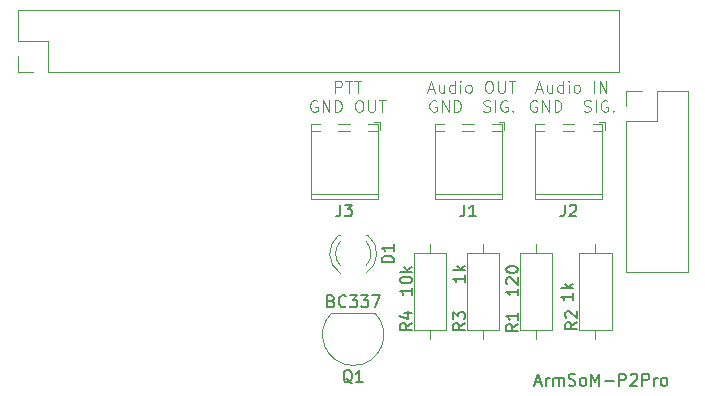
<source format=gbr>
%TF.GenerationSoftware,KiCad,Pcbnew,8.0.3*%
%TF.CreationDate,2024-07-21T00:31:23+02:00*%
%TF.ProjectId,ArmSoM_P2Pro_Interface,41726d53-6f4d-45f5-9032-50726f5f496e,rev?*%
%TF.SameCoordinates,Original*%
%TF.FileFunction,Legend,Top*%
%TF.FilePolarity,Positive*%
%FSLAX46Y46*%
G04 Gerber Fmt 4.6, Leading zero omitted, Abs format (unit mm)*
G04 Created by KiCad (PCBNEW 8.0.3) date 2024-07-21 00:31:23*
%MOMM*%
%LPD*%
G01*
G04 APERTURE LIST*
%ADD10C,0.100000*%
%ADD11C,0.150000*%
%ADD12C,0.120000*%
G04 APERTURE END LIST*
D10*
X110357143Y-82866732D02*
X110833333Y-82866732D01*
X110261905Y-83152447D02*
X110595238Y-82152447D01*
X110595238Y-82152447D02*
X110928571Y-83152447D01*
X111690476Y-82485780D02*
X111690476Y-83152447D01*
X111261905Y-82485780D02*
X111261905Y-83009589D01*
X111261905Y-83009589D02*
X111309524Y-83104828D01*
X111309524Y-83104828D02*
X111404762Y-83152447D01*
X111404762Y-83152447D02*
X111547619Y-83152447D01*
X111547619Y-83152447D02*
X111642857Y-83104828D01*
X111642857Y-83104828D02*
X111690476Y-83057208D01*
X112595238Y-83152447D02*
X112595238Y-82152447D01*
X112595238Y-83104828D02*
X112500000Y-83152447D01*
X112500000Y-83152447D02*
X112309524Y-83152447D01*
X112309524Y-83152447D02*
X112214286Y-83104828D01*
X112214286Y-83104828D02*
X112166667Y-83057208D01*
X112166667Y-83057208D02*
X112119048Y-82961970D01*
X112119048Y-82961970D02*
X112119048Y-82676256D01*
X112119048Y-82676256D02*
X112166667Y-82581018D01*
X112166667Y-82581018D02*
X112214286Y-82533399D01*
X112214286Y-82533399D02*
X112309524Y-82485780D01*
X112309524Y-82485780D02*
X112500000Y-82485780D01*
X112500000Y-82485780D02*
X112595238Y-82533399D01*
X113071429Y-83152447D02*
X113071429Y-82485780D01*
X113071429Y-82152447D02*
X113023810Y-82200066D01*
X113023810Y-82200066D02*
X113071429Y-82247685D01*
X113071429Y-82247685D02*
X113119048Y-82200066D01*
X113119048Y-82200066D02*
X113071429Y-82152447D01*
X113071429Y-82152447D02*
X113071429Y-82247685D01*
X113690476Y-83152447D02*
X113595238Y-83104828D01*
X113595238Y-83104828D02*
X113547619Y-83057208D01*
X113547619Y-83057208D02*
X113500000Y-82961970D01*
X113500000Y-82961970D02*
X113500000Y-82676256D01*
X113500000Y-82676256D02*
X113547619Y-82581018D01*
X113547619Y-82581018D02*
X113595238Y-82533399D01*
X113595238Y-82533399D02*
X113690476Y-82485780D01*
X113690476Y-82485780D02*
X113833333Y-82485780D01*
X113833333Y-82485780D02*
X113928571Y-82533399D01*
X113928571Y-82533399D02*
X113976190Y-82581018D01*
X113976190Y-82581018D02*
X114023809Y-82676256D01*
X114023809Y-82676256D02*
X114023809Y-82961970D01*
X114023809Y-82961970D02*
X113976190Y-83057208D01*
X113976190Y-83057208D02*
X113928571Y-83104828D01*
X113928571Y-83104828D02*
X113833333Y-83152447D01*
X113833333Y-83152447D02*
X113690476Y-83152447D01*
X115404762Y-82152447D02*
X115595238Y-82152447D01*
X115595238Y-82152447D02*
X115690476Y-82200066D01*
X115690476Y-82200066D02*
X115785714Y-82295304D01*
X115785714Y-82295304D02*
X115833333Y-82485780D01*
X115833333Y-82485780D02*
X115833333Y-82819113D01*
X115833333Y-82819113D02*
X115785714Y-83009589D01*
X115785714Y-83009589D02*
X115690476Y-83104828D01*
X115690476Y-83104828D02*
X115595238Y-83152447D01*
X115595238Y-83152447D02*
X115404762Y-83152447D01*
X115404762Y-83152447D02*
X115309524Y-83104828D01*
X115309524Y-83104828D02*
X115214286Y-83009589D01*
X115214286Y-83009589D02*
X115166667Y-82819113D01*
X115166667Y-82819113D02*
X115166667Y-82485780D01*
X115166667Y-82485780D02*
X115214286Y-82295304D01*
X115214286Y-82295304D02*
X115309524Y-82200066D01*
X115309524Y-82200066D02*
X115404762Y-82152447D01*
X116261905Y-82152447D02*
X116261905Y-82961970D01*
X116261905Y-82961970D02*
X116309524Y-83057208D01*
X116309524Y-83057208D02*
X116357143Y-83104828D01*
X116357143Y-83104828D02*
X116452381Y-83152447D01*
X116452381Y-83152447D02*
X116642857Y-83152447D01*
X116642857Y-83152447D02*
X116738095Y-83104828D01*
X116738095Y-83104828D02*
X116785714Y-83057208D01*
X116785714Y-83057208D02*
X116833333Y-82961970D01*
X116833333Y-82961970D02*
X116833333Y-82152447D01*
X117166667Y-82152447D02*
X117738095Y-82152447D01*
X117452381Y-83152447D02*
X117452381Y-82152447D01*
X111023809Y-83810010D02*
X110928571Y-83762391D01*
X110928571Y-83762391D02*
X110785714Y-83762391D01*
X110785714Y-83762391D02*
X110642857Y-83810010D01*
X110642857Y-83810010D02*
X110547619Y-83905248D01*
X110547619Y-83905248D02*
X110500000Y-84000486D01*
X110500000Y-84000486D02*
X110452381Y-84190962D01*
X110452381Y-84190962D02*
X110452381Y-84333819D01*
X110452381Y-84333819D02*
X110500000Y-84524295D01*
X110500000Y-84524295D02*
X110547619Y-84619533D01*
X110547619Y-84619533D02*
X110642857Y-84714772D01*
X110642857Y-84714772D02*
X110785714Y-84762391D01*
X110785714Y-84762391D02*
X110880952Y-84762391D01*
X110880952Y-84762391D02*
X111023809Y-84714772D01*
X111023809Y-84714772D02*
X111071428Y-84667152D01*
X111071428Y-84667152D02*
X111071428Y-84333819D01*
X111071428Y-84333819D02*
X110880952Y-84333819D01*
X111500000Y-84762391D02*
X111500000Y-83762391D01*
X111500000Y-83762391D02*
X112071428Y-84762391D01*
X112071428Y-84762391D02*
X112071428Y-83762391D01*
X112547619Y-84762391D02*
X112547619Y-83762391D01*
X112547619Y-83762391D02*
X112785714Y-83762391D01*
X112785714Y-83762391D02*
X112928571Y-83810010D01*
X112928571Y-83810010D02*
X113023809Y-83905248D01*
X113023809Y-83905248D02*
X113071428Y-84000486D01*
X113071428Y-84000486D02*
X113119047Y-84190962D01*
X113119047Y-84190962D02*
X113119047Y-84333819D01*
X113119047Y-84333819D02*
X113071428Y-84524295D01*
X113071428Y-84524295D02*
X113023809Y-84619533D01*
X113023809Y-84619533D02*
X112928571Y-84714772D01*
X112928571Y-84714772D02*
X112785714Y-84762391D01*
X112785714Y-84762391D02*
X112547619Y-84762391D01*
X115023810Y-84714772D02*
X115166667Y-84762391D01*
X115166667Y-84762391D02*
X115404762Y-84762391D01*
X115404762Y-84762391D02*
X115500000Y-84714772D01*
X115500000Y-84714772D02*
X115547619Y-84667152D01*
X115547619Y-84667152D02*
X115595238Y-84571914D01*
X115595238Y-84571914D02*
X115595238Y-84476676D01*
X115595238Y-84476676D02*
X115547619Y-84381438D01*
X115547619Y-84381438D02*
X115500000Y-84333819D01*
X115500000Y-84333819D02*
X115404762Y-84286200D01*
X115404762Y-84286200D02*
X115214286Y-84238581D01*
X115214286Y-84238581D02*
X115119048Y-84190962D01*
X115119048Y-84190962D02*
X115071429Y-84143343D01*
X115071429Y-84143343D02*
X115023810Y-84048105D01*
X115023810Y-84048105D02*
X115023810Y-83952867D01*
X115023810Y-83952867D02*
X115071429Y-83857629D01*
X115071429Y-83857629D02*
X115119048Y-83810010D01*
X115119048Y-83810010D02*
X115214286Y-83762391D01*
X115214286Y-83762391D02*
X115452381Y-83762391D01*
X115452381Y-83762391D02*
X115595238Y-83810010D01*
X116023810Y-84762391D02*
X116023810Y-83762391D01*
X117023809Y-83810010D02*
X116928571Y-83762391D01*
X116928571Y-83762391D02*
X116785714Y-83762391D01*
X116785714Y-83762391D02*
X116642857Y-83810010D01*
X116642857Y-83810010D02*
X116547619Y-83905248D01*
X116547619Y-83905248D02*
X116500000Y-84000486D01*
X116500000Y-84000486D02*
X116452381Y-84190962D01*
X116452381Y-84190962D02*
X116452381Y-84333819D01*
X116452381Y-84333819D02*
X116500000Y-84524295D01*
X116500000Y-84524295D02*
X116547619Y-84619533D01*
X116547619Y-84619533D02*
X116642857Y-84714772D01*
X116642857Y-84714772D02*
X116785714Y-84762391D01*
X116785714Y-84762391D02*
X116880952Y-84762391D01*
X116880952Y-84762391D02*
X117023809Y-84714772D01*
X117023809Y-84714772D02*
X117071428Y-84667152D01*
X117071428Y-84667152D02*
X117071428Y-84333819D01*
X117071428Y-84333819D02*
X116880952Y-84333819D01*
X117500000Y-84667152D02*
X117547619Y-84714772D01*
X117547619Y-84714772D02*
X117500000Y-84762391D01*
X117500000Y-84762391D02*
X117452381Y-84714772D01*
X117452381Y-84714772D02*
X117500000Y-84667152D01*
X117500000Y-84667152D02*
X117500000Y-84762391D01*
X102476190Y-83152447D02*
X102476190Y-82152447D01*
X102476190Y-82152447D02*
X102857142Y-82152447D01*
X102857142Y-82152447D02*
X102952380Y-82200066D01*
X102952380Y-82200066D02*
X102999999Y-82247685D01*
X102999999Y-82247685D02*
X103047618Y-82342923D01*
X103047618Y-82342923D02*
X103047618Y-82485780D01*
X103047618Y-82485780D02*
X102999999Y-82581018D01*
X102999999Y-82581018D02*
X102952380Y-82628637D01*
X102952380Y-82628637D02*
X102857142Y-82676256D01*
X102857142Y-82676256D02*
X102476190Y-82676256D01*
X103333333Y-82152447D02*
X103904761Y-82152447D01*
X103619047Y-83152447D02*
X103619047Y-82152447D01*
X104095238Y-82152447D02*
X104666666Y-82152447D01*
X104380952Y-83152447D02*
X104380952Y-82152447D01*
X100928571Y-83810010D02*
X100833333Y-83762391D01*
X100833333Y-83762391D02*
X100690476Y-83762391D01*
X100690476Y-83762391D02*
X100547619Y-83810010D01*
X100547619Y-83810010D02*
X100452381Y-83905248D01*
X100452381Y-83905248D02*
X100404762Y-84000486D01*
X100404762Y-84000486D02*
X100357143Y-84190962D01*
X100357143Y-84190962D02*
X100357143Y-84333819D01*
X100357143Y-84333819D02*
X100404762Y-84524295D01*
X100404762Y-84524295D02*
X100452381Y-84619533D01*
X100452381Y-84619533D02*
X100547619Y-84714772D01*
X100547619Y-84714772D02*
X100690476Y-84762391D01*
X100690476Y-84762391D02*
X100785714Y-84762391D01*
X100785714Y-84762391D02*
X100928571Y-84714772D01*
X100928571Y-84714772D02*
X100976190Y-84667152D01*
X100976190Y-84667152D02*
X100976190Y-84333819D01*
X100976190Y-84333819D02*
X100785714Y-84333819D01*
X101404762Y-84762391D02*
X101404762Y-83762391D01*
X101404762Y-83762391D02*
X101976190Y-84762391D01*
X101976190Y-84762391D02*
X101976190Y-83762391D01*
X102452381Y-84762391D02*
X102452381Y-83762391D01*
X102452381Y-83762391D02*
X102690476Y-83762391D01*
X102690476Y-83762391D02*
X102833333Y-83810010D01*
X102833333Y-83810010D02*
X102928571Y-83905248D01*
X102928571Y-83905248D02*
X102976190Y-84000486D01*
X102976190Y-84000486D02*
X103023809Y-84190962D01*
X103023809Y-84190962D02*
X103023809Y-84333819D01*
X103023809Y-84333819D02*
X102976190Y-84524295D01*
X102976190Y-84524295D02*
X102928571Y-84619533D01*
X102928571Y-84619533D02*
X102833333Y-84714772D01*
X102833333Y-84714772D02*
X102690476Y-84762391D01*
X102690476Y-84762391D02*
X102452381Y-84762391D01*
X104404762Y-83762391D02*
X104595238Y-83762391D01*
X104595238Y-83762391D02*
X104690476Y-83810010D01*
X104690476Y-83810010D02*
X104785714Y-83905248D01*
X104785714Y-83905248D02*
X104833333Y-84095724D01*
X104833333Y-84095724D02*
X104833333Y-84429057D01*
X104833333Y-84429057D02*
X104785714Y-84619533D01*
X104785714Y-84619533D02*
X104690476Y-84714772D01*
X104690476Y-84714772D02*
X104595238Y-84762391D01*
X104595238Y-84762391D02*
X104404762Y-84762391D01*
X104404762Y-84762391D02*
X104309524Y-84714772D01*
X104309524Y-84714772D02*
X104214286Y-84619533D01*
X104214286Y-84619533D02*
X104166667Y-84429057D01*
X104166667Y-84429057D02*
X104166667Y-84095724D01*
X104166667Y-84095724D02*
X104214286Y-83905248D01*
X104214286Y-83905248D02*
X104309524Y-83810010D01*
X104309524Y-83810010D02*
X104404762Y-83762391D01*
X105261905Y-83762391D02*
X105261905Y-84571914D01*
X105261905Y-84571914D02*
X105309524Y-84667152D01*
X105309524Y-84667152D02*
X105357143Y-84714772D01*
X105357143Y-84714772D02*
X105452381Y-84762391D01*
X105452381Y-84762391D02*
X105642857Y-84762391D01*
X105642857Y-84762391D02*
X105738095Y-84714772D01*
X105738095Y-84714772D02*
X105785714Y-84667152D01*
X105785714Y-84667152D02*
X105833333Y-84571914D01*
X105833333Y-84571914D02*
X105833333Y-83762391D01*
X106166667Y-83762391D02*
X106738095Y-83762391D01*
X106452381Y-84762391D02*
X106452381Y-83762391D01*
X119523810Y-82866732D02*
X120000000Y-82866732D01*
X119428572Y-83152447D02*
X119761905Y-82152447D01*
X119761905Y-82152447D02*
X120095238Y-83152447D01*
X120857143Y-82485780D02*
X120857143Y-83152447D01*
X120428572Y-82485780D02*
X120428572Y-83009589D01*
X120428572Y-83009589D02*
X120476191Y-83104828D01*
X120476191Y-83104828D02*
X120571429Y-83152447D01*
X120571429Y-83152447D02*
X120714286Y-83152447D01*
X120714286Y-83152447D02*
X120809524Y-83104828D01*
X120809524Y-83104828D02*
X120857143Y-83057208D01*
X121761905Y-83152447D02*
X121761905Y-82152447D01*
X121761905Y-83104828D02*
X121666667Y-83152447D01*
X121666667Y-83152447D02*
X121476191Y-83152447D01*
X121476191Y-83152447D02*
X121380953Y-83104828D01*
X121380953Y-83104828D02*
X121333334Y-83057208D01*
X121333334Y-83057208D02*
X121285715Y-82961970D01*
X121285715Y-82961970D02*
X121285715Y-82676256D01*
X121285715Y-82676256D02*
X121333334Y-82581018D01*
X121333334Y-82581018D02*
X121380953Y-82533399D01*
X121380953Y-82533399D02*
X121476191Y-82485780D01*
X121476191Y-82485780D02*
X121666667Y-82485780D01*
X121666667Y-82485780D02*
X121761905Y-82533399D01*
X122238096Y-83152447D02*
X122238096Y-82485780D01*
X122238096Y-82152447D02*
X122190477Y-82200066D01*
X122190477Y-82200066D02*
X122238096Y-82247685D01*
X122238096Y-82247685D02*
X122285715Y-82200066D01*
X122285715Y-82200066D02*
X122238096Y-82152447D01*
X122238096Y-82152447D02*
X122238096Y-82247685D01*
X122857143Y-83152447D02*
X122761905Y-83104828D01*
X122761905Y-83104828D02*
X122714286Y-83057208D01*
X122714286Y-83057208D02*
X122666667Y-82961970D01*
X122666667Y-82961970D02*
X122666667Y-82676256D01*
X122666667Y-82676256D02*
X122714286Y-82581018D01*
X122714286Y-82581018D02*
X122761905Y-82533399D01*
X122761905Y-82533399D02*
X122857143Y-82485780D01*
X122857143Y-82485780D02*
X123000000Y-82485780D01*
X123000000Y-82485780D02*
X123095238Y-82533399D01*
X123095238Y-82533399D02*
X123142857Y-82581018D01*
X123142857Y-82581018D02*
X123190476Y-82676256D01*
X123190476Y-82676256D02*
X123190476Y-82961970D01*
X123190476Y-82961970D02*
X123142857Y-83057208D01*
X123142857Y-83057208D02*
X123095238Y-83104828D01*
X123095238Y-83104828D02*
X123000000Y-83152447D01*
X123000000Y-83152447D02*
X122857143Y-83152447D01*
X124380953Y-83152447D02*
X124380953Y-82152447D01*
X124857143Y-83152447D02*
X124857143Y-82152447D01*
X124857143Y-82152447D02*
X125428571Y-83152447D01*
X125428571Y-83152447D02*
X125428571Y-82152447D01*
X119523809Y-83810010D02*
X119428571Y-83762391D01*
X119428571Y-83762391D02*
X119285714Y-83762391D01*
X119285714Y-83762391D02*
X119142857Y-83810010D01*
X119142857Y-83810010D02*
X119047619Y-83905248D01*
X119047619Y-83905248D02*
X119000000Y-84000486D01*
X119000000Y-84000486D02*
X118952381Y-84190962D01*
X118952381Y-84190962D02*
X118952381Y-84333819D01*
X118952381Y-84333819D02*
X119000000Y-84524295D01*
X119000000Y-84524295D02*
X119047619Y-84619533D01*
X119047619Y-84619533D02*
X119142857Y-84714772D01*
X119142857Y-84714772D02*
X119285714Y-84762391D01*
X119285714Y-84762391D02*
X119380952Y-84762391D01*
X119380952Y-84762391D02*
X119523809Y-84714772D01*
X119523809Y-84714772D02*
X119571428Y-84667152D01*
X119571428Y-84667152D02*
X119571428Y-84333819D01*
X119571428Y-84333819D02*
X119380952Y-84333819D01*
X120000000Y-84762391D02*
X120000000Y-83762391D01*
X120000000Y-83762391D02*
X120571428Y-84762391D01*
X120571428Y-84762391D02*
X120571428Y-83762391D01*
X121047619Y-84762391D02*
X121047619Y-83762391D01*
X121047619Y-83762391D02*
X121285714Y-83762391D01*
X121285714Y-83762391D02*
X121428571Y-83810010D01*
X121428571Y-83810010D02*
X121523809Y-83905248D01*
X121523809Y-83905248D02*
X121571428Y-84000486D01*
X121571428Y-84000486D02*
X121619047Y-84190962D01*
X121619047Y-84190962D02*
X121619047Y-84333819D01*
X121619047Y-84333819D02*
X121571428Y-84524295D01*
X121571428Y-84524295D02*
X121523809Y-84619533D01*
X121523809Y-84619533D02*
X121428571Y-84714772D01*
X121428571Y-84714772D02*
X121285714Y-84762391D01*
X121285714Y-84762391D02*
X121047619Y-84762391D01*
X123523810Y-84714772D02*
X123666667Y-84762391D01*
X123666667Y-84762391D02*
X123904762Y-84762391D01*
X123904762Y-84762391D02*
X124000000Y-84714772D01*
X124000000Y-84714772D02*
X124047619Y-84667152D01*
X124047619Y-84667152D02*
X124095238Y-84571914D01*
X124095238Y-84571914D02*
X124095238Y-84476676D01*
X124095238Y-84476676D02*
X124047619Y-84381438D01*
X124047619Y-84381438D02*
X124000000Y-84333819D01*
X124000000Y-84333819D02*
X123904762Y-84286200D01*
X123904762Y-84286200D02*
X123714286Y-84238581D01*
X123714286Y-84238581D02*
X123619048Y-84190962D01*
X123619048Y-84190962D02*
X123571429Y-84143343D01*
X123571429Y-84143343D02*
X123523810Y-84048105D01*
X123523810Y-84048105D02*
X123523810Y-83952867D01*
X123523810Y-83952867D02*
X123571429Y-83857629D01*
X123571429Y-83857629D02*
X123619048Y-83810010D01*
X123619048Y-83810010D02*
X123714286Y-83762391D01*
X123714286Y-83762391D02*
X123952381Y-83762391D01*
X123952381Y-83762391D02*
X124095238Y-83810010D01*
X124523810Y-84762391D02*
X124523810Y-83762391D01*
X125523809Y-83810010D02*
X125428571Y-83762391D01*
X125428571Y-83762391D02*
X125285714Y-83762391D01*
X125285714Y-83762391D02*
X125142857Y-83810010D01*
X125142857Y-83810010D02*
X125047619Y-83905248D01*
X125047619Y-83905248D02*
X125000000Y-84000486D01*
X125000000Y-84000486D02*
X124952381Y-84190962D01*
X124952381Y-84190962D02*
X124952381Y-84333819D01*
X124952381Y-84333819D02*
X125000000Y-84524295D01*
X125000000Y-84524295D02*
X125047619Y-84619533D01*
X125047619Y-84619533D02*
X125142857Y-84714772D01*
X125142857Y-84714772D02*
X125285714Y-84762391D01*
X125285714Y-84762391D02*
X125380952Y-84762391D01*
X125380952Y-84762391D02*
X125523809Y-84714772D01*
X125523809Y-84714772D02*
X125571428Y-84667152D01*
X125571428Y-84667152D02*
X125571428Y-84333819D01*
X125571428Y-84333819D02*
X125380952Y-84333819D01*
X126000000Y-84667152D02*
X126047619Y-84714772D01*
X126047619Y-84714772D02*
X126000000Y-84762391D01*
X126000000Y-84762391D02*
X125952381Y-84714772D01*
X125952381Y-84714772D02*
X126000000Y-84667152D01*
X126000000Y-84667152D02*
X126000000Y-84762391D01*
D11*
X122954819Y-102586666D02*
X122478628Y-102919999D01*
X122954819Y-103158094D02*
X121954819Y-103158094D01*
X121954819Y-103158094D02*
X121954819Y-102777142D01*
X121954819Y-102777142D02*
X122002438Y-102681904D01*
X122002438Y-102681904D02*
X122050057Y-102634285D01*
X122050057Y-102634285D02*
X122145295Y-102586666D01*
X122145295Y-102586666D02*
X122288152Y-102586666D01*
X122288152Y-102586666D02*
X122383390Y-102634285D01*
X122383390Y-102634285D02*
X122431009Y-102681904D01*
X122431009Y-102681904D02*
X122478628Y-102777142D01*
X122478628Y-102777142D02*
X122478628Y-103158094D01*
X122050057Y-102205713D02*
X122002438Y-102158094D01*
X122002438Y-102158094D02*
X121954819Y-102062856D01*
X121954819Y-102062856D02*
X121954819Y-101824761D01*
X121954819Y-101824761D02*
X122002438Y-101729523D01*
X122002438Y-101729523D02*
X122050057Y-101681904D01*
X122050057Y-101681904D02*
X122145295Y-101634285D01*
X122145295Y-101634285D02*
X122240533Y-101634285D01*
X122240533Y-101634285D02*
X122383390Y-101681904D01*
X122383390Y-101681904D02*
X122954819Y-102253332D01*
X122954819Y-102253332D02*
X122954819Y-101634285D01*
X122584819Y-100119047D02*
X122584819Y-100690475D01*
X122584819Y-100404761D02*
X121584819Y-100404761D01*
X121584819Y-100404761D02*
X121727676Y-100499999D01*
X121727676Y-100499999D02*
X121822914Y-100595237D01*
X121822914Y-100595237D02*
X121870533Y-100690475D01*
X122584819Y-99690475D02*
X121584819Y-99690475D01*
X122203866Y-99595237D02*
X122584819Y-99309523D01*
X121918152Y-99309523D02*
X122299104Y-99690475D01*
X102896666Y-92614819D02*
X102896666Y-93329104D01*
X102896666Y-93329104D02*
X102849047Y-93471961D01*
X102849047Y-93471961D02*
X102753809Y-93567200D01*
X102753809Y-93567200D02*
X102610952Y-93614819D01*
X102610952Y-93614819D02*
X102515714Y-93614819D01*
X103277619Y-92614819D02*
X103896666Y-92614819D01*
X103896666Y-92614819D02*
X103563333Y-92995771D01*
X103563333Y-92995771D02*
X103706190Y-92995771D01*
X103706190Y-92995771D02*
X103801428Y-93043390D01*
X103801428Y-93043390D02*
X103849047Y-93091009D01*
X103849047Y-93091009D02*
X103896666Y-93186247D01*
X103896666Y-93186247D02*
X103896666Y-93424342D01*
X103896666Y-93424342D02*
X103849047Y-93519580D01*
X103849047Y-93519580D02*
X103801428Y-93567200D01*
X103801428Y-93567200D02*
X103706190Y-93614819D01*
X103706190Y-93614819D02*
X103420476Y-93614819D01*
X103420476Y-93614819D02*
X103325238Y-93567200D01*
X103325238Y-93567200D02*
X103277619Y-93519580D01*
X107414819Y-97508094D02*
X106414819Y-97508094D01*
X106414819Y-97508094D02*
X106414819Y-97269999D01*
X106414819Y-97269999D02*
X106462438Y-97127142D01*
X106462438Y-97127142D02*
X106557676Y-97031904D01*
X106557676Y-97031904D02*
X106652914Y-96984285D01*
X106652914Y-96984285D02*
X106843390Y-96936666D01*
X106843390Y-96936666D02*
X106986247Y-96936666D01*
X106986247Y-96936666D02*
X107176723Y-96984285D01*
X107176723Y-96984285D02*
X107271961Y-97031904D01*
X107271961Y-97031904D02*
X107367200Y-97127142D01*
X107367200Y-97127142D02*
X107414819Y-97269999D01*
X107414819Y-97269999D02*
X107414819Y-97508094D01*
X107414819Y-95984285D02*
X107414819Y-96555713D01*
X107414819Y-96269999D02*
X106414819Y-96269999D01*
X106414819Y-96269999D02*
X106557676Y-96365237D01*
X106557676Y-96365237D02*
X106652914Y-96460475D01*
X106652914Y-96460475D02*
X106700533Y-96555713D01*
X108954819Y-102666666D02*
X108478628Y-102999999D01*
X108954819Y-103238094D02*
X107954819Y-103238094D01*
X107954819Y-103238094D02*
X107954819Y-102857142D01*
X107954819Y-102857142D02*
X108002438Y-102761904D01*
X108002438Y-102761904D02*
X108050057Y-102714285D01*
X108050057Y-102714285D02*
X108145295Y-102666666D01*
X108145295Y-102666666D02*
X108288152Y-102666666D01*
X108288152Y-102666666D02*
X108383390Y-102714285D01*
X108383390Y-102714285D02*
X108431009Y-102761904D01*
X108431009Y-102761904D02*
X108478628Y-102857142D01*
X108478628Y-102857142D02*
X108478628Y-103238094D01*
X108288152Y-101809523D02*
X108954819Y-101809523D01*
X107907200Y-102047618D02*
X108621485Y-102285713D01*
X108621485Y-102285713D02*
X108621485Y-101666666D01*
X108954819Y-99675238D02*
X108954819Y-100246666D01*
X108954819Y-99960952D02*
X107954819Y-99960952D01*
X107954819Y-99960952D02*
X108097676Y-100056190D01*
X108097676Y-100056190D02*
X108192914Y-100151428D01*
X108192914Y-100151428D02*
X108240533Y-100246666D01*
X107954819Y-99056190D02*
X107954819Y-98960952D01*
X107954819Y-98960952D02*
X108002438Y-98865714D01*
X108002438Y-98865714D02*
X108050057Y-98818095D01*
X108050057Y-98818095D02*
X108145295Y-98770476D01*
X108145295Y-98770476D02*
X108335771Y-98722857D01*
X108335771Y-98722857D02*
X108573866Y-98722857D01*
X108573866Y-98722857D02*
X108764342Y-98770476D01*
X108764342Y-98770476D02*
X108859580Y-98818095D01*
X108859580Y-98818095D02*
X108907200Y-98865714D01*
X108907200Y-98865714D02*
X108954819Y-98960952D01*
X108954819Y-98960952D02*
X108954819Y-99056190D01*
X108954819Y-99056190D02*
X108907200Y-99151428D01*
X108907200Y-99151428D02*
X108859580Y-99199047D01*
X108859580Y-99199047D02*
X108764342Y-99246666D01*
X108764342Y-99246666D02*
X108573866Y-99294285D01*
X108573866Y-99294285D02*
X108335771Y-99294285D01*
X108335771Y-99294285D02*
X108145295Y-99246666D01*
X108145295Y-99246666D02*
X108050057Y-99199047D01*
X108050057Y-99199047D02*
X108002438Y-99151428D01*
X108002438Y-99151428D02*
X107954819Y-99056190D01*
X108954819Y-98294285D02*
X107954819Y-98294285D01*
X108573866Y-98199047D02*
X108954819Y-97913333D01*
X108288152Y-97913333D02*
X108669104Y-98294285D01*
X113454819Y-102666666D02*
X112978628Y-102999999D01*
X113454819Y-103238094D02*
X112454819Y-103238094D01*
X112454819Y-103238094D02*
X112454819Y-102857142D01*
X112454819Y-102857142D02*
X112502438Y-102761904D01*
X112502438Y-102761904D02*
X112550057Y-102714285D01*
X112550057Y-102714285D02*
X112645295Y-102666666D01*
X112645295Y-102666666D02*
X112788152Y-102666666D01*
X112788152Y-102666666D02*
X112883390Y-102714285D01*
X112883390Y-102714285D02*
X112931009Y-102761904D01*
X112931009Y-102761904D02*
X112978628Y-102857142D01*
X112978628Y-102857142D02*
X112978628Y-103238094D01*
X112454819Y-102333332D02*
X112454819Y-101714285D01*
X112454819Y-101714285D02*
X112835771Y-102047618D01*
X112835771Y-102047618D02*
X112835771Y-101904761D01*
X112835771Y-101904761D02*
X112883390Y-101809523D01*
X112883390Y-101809523D02*
X112931009Y-101761904D01*
X112931009Y-101761904D02*
X113026247Y-101714285D01*
X113026247Y-101714285D02*
X113264342Y-101714285D01*
X113264342Y-101714285D02*
X113359580Y-101761904D01*
X113359580Y-101761904D02*
X113407200Y-101809523D01*
X113407200Y-101809523D02*
X113454819Y-101904761D01*
X113454819Y-101904761D02*
X113454819Y-102190475D01*
X113454819Y-102190475D02*
X113407200Y-102285713D01*
X113407200Y-102285713D02*
X113359580Y-102333332D01*
X113454819Y-98619047D02*
X113454819Y-99190475D01*
X113454819Y-98904761D02*
X112454819Y-98904761D01*
X112454819Y-98904761D02*
X112597676Y-98999999D01*
X112597676Y-98999999D02*
X112692914Y-99095237D01*
X112692914Y-99095237D02*
X112740533Y-99190475D01*
X113454819Y-98190475D02*
X112454819Y-98190475D01*
X113073866Y-98095237D02*
X113454819Y-97809523D01*
X112788152Y-97809523D02*
X113169104Y-98190475D01*
X117954819Y-102746666D02*
X117478628Y-103079999D01*
X117954819Y-103318094D02*
X116954819Y-103318094D01*
X116954819Y-103318094D02*
X116954819Y-102937142D01*
X116954819Y-102937142D02*
X117002438Y-102841904D01*
X117002438Y-102841904D02*
X117050057Y-102794285D01*
X117050057Y-102794285D02*
X117145295Y-102746666D01*
X117145295Y-102746666D02*
X117288152Y-102746666D01*
X117288152Y-102746666D02*
X117383390Y-102794285D01*
X117383390Y-102794285D02*
X117431009Y-102841904D01*
X117431009Y-102841904D02*
X117478628Y-102937142D01*
X117478628Y-102937142D02*
X117478628Y-103318094D01*
X117954819Y-101794285D02*
X117954819Y-102365713D01*
X117954819Y-102079999D02*
X116954819Y-102079999D01*
X116954819Y-102079999D02*
X117097676Y-102175237D01*
X117097676Y-102175237D02*
X117192914Y-102270475D01*
X117192914Y-102270475D02*
X117240533Y-102365713D01*
X117954819Y-99746666D02*
X117954819Y-100318094D01*
X117954819Y-100032380D02*
X116954819Y-100032380D01*
X116954819Y-100032380D02*
X117097676Y-100127618D01*
X117097676Y-100127618D02*
X117192914Y-100222856D01*
X117192914Y-100222856D02*
X117240533Y-100318094D01*
X117050057Y-99365713D02*
X117002438Y-99318094D01*
X117002438Y-99318094D02*
X116954819Y-99222856D01*
X116954819Y-99222856D02*
X116954819Y-98984761D01*
X116954819Y-98984761D02*
X117002438Y-98889523D01*
X117002438Y-98889523D02*
X117050057Y-98841904D01*
X117050057Y-98841904D02*
X117145295Y-98794285D01*
X117145295Y-98794285D02*
X117240533Y-98794285D01*
X117240533Y-98794285D02*
X117383390Y-98841904D01*
X117383390Y-98841904D02*
X117954819Y-99413332D01*
X117954819Y-99413332D02*
X117954819Y-98794285D01*
X116954819Y-98175237D02*
X116954819Y-98079999D01*
X116954819Y-98079999D02*
X117002438Y-97984761D01*
X117002438Y-97984761D02*
X117050057Y-97937142D01*
X117050057Y-97937142D02*
X117145295Y-97889523D01*
X117145295Y-97889523D02*
X117335771Y-97841904D01*
X117335771Y-97841904D02*
X117573866Y-97841904D01*
X117573866Y-97841904D02*
X117764342Y-97889523D01*
X117764342Y-97889523D02*
X117859580Y-97937142D01*
X117859580Y-97937142D02*
X117907200Y-97984761D01*
X117907200Y-97984761D02*
X117954819Y-98079999D01*
X117954819Y-98079999D02*
X117954819Y-98175237D01*
X117954819Y-98175237D02*
X117907200Y-98270475D01*
X117907200Y-98270475D02*
X117859580Y-98318094D01*
X117859580Y-98318094D02*
X117764342Y-98365713D01*
X117764342Y-98365713D02*
X117573866Y-98413332D01*
X117573866Y-98413332D02*
X117335771Y-98413332D01*
X117335771Y-98413332D02*
X117145295Y-98365713D01*
X117145295Y-98365713D02*
X117050057Y-98318094D01*
X117050057Y-98318094D02*
X117002438Y-98270475D01*
X117002438Y-98270475D02*
X116954819Y-98175237D01*
X103904761Y-107750057D02*
X103809523Y-107702438D01*
X103809523Y-107702438D02*
X103714285Y-107607200D01*
X103714285Y-107607200D02*
X103571428Y-107464342D01*
X103571428Y-107464342D02*
X103476190Y-107416723D01*
X103476190Y-107416723D02*
X103380952Y-107416723D01*
X103428571Y-107654819D02*
X103333333Y-107607200D01*
X103333333Y-107607200D02*
X103238095Y-107511961D01*
X103238095Y-107511961D02*
X103190476Y-107321485D01*
X103190476Y-107321485D02*
X103190476Y-106988152D01*
X103190476Y-106988152D02*
X103238095Y-106797676D01*
X103238095Y-106797676D02*
X103333333Y-106702438D01*
X103333333Y-106702438D02*
X103428571Y-106654819D01*
X103428571Y-106654819D02*
X103619047Y-106654819D01*
X103619047Y-106654819D02*
X103714285Y-106702438D01*
X103714285Y-106702438D02*
X103809523Y-106797676D01*
X103809523Y-106797676D02*
X103857142Y-106988152D01*
X103857142Y-106988152D02*
X103857142Y-107321485D01*
X103857142Y-107321485D02*
X103809523Y-107511961D01*
X103809523Y-107511961D02*
X103714285Y-107607200D01*
X103714285Y-107607200D02*
X103619047Y-107654819D01*
X103619047Y-107654819D02*
X103428571Y-107654819D01*
X104809523Y-107654819D02*
X104238095Y-107654819D01*
X104523809Y-107654819D02*
X104523809Y-106654819D01*
X104523809Y-106654819D02*
X104428571Y-106797676D01*
X104428571Y-106797676D02*
X104333333Y-106892914D01*
X104333333Y-106892914D02*
X104238095Y-106940533D01*
X102142857Y-100781009D02*
X102285714Y-100828628D01*
X102285714Y-100828628D02*
X102333333Y-100876247D01*
X102333333Y-100876247D02*
X102380952Y-100971485D01*
X102380952Y-100971485D02*
X102380952Y-101114342D01*
X102380952Y-101114342D02*
X102333333Y-101209580D01*
X102333333Y-101209580D02*
X102285714Y-101257200D01*
X102285714Y-101257200D02*
X102190476Y-101304819D01*
X102190476Y-101304819D02*
X101809524Y-101304819D01*
X101809524Y-101304819D02*
X101809524Y-100304819D01*
X101809524Y-100304819D02*
X102142857Y-100304819D01*
X102142857Y-100304819D02*
X102238095Y-100352438D01*
X102238095Y-100352438D02*
X102285714Y-100400057D01*
X102285714Y-100400057D02*
X102333333Y-100495295D01*
X102333333Y-100495295D02*
X102333333Y-100590533D01*
X102333333Y-100590533D02*
X102285714Y-100685771D01*
X102285714Y-100685771D02*
X102238095Y-100733390D01*
X102238095Y-100733390D02*
X102142857Y-100781009D01*
X102142857Y-100781009D02*
X101809524Y-100781009D01*
X103380952Y-101209580D02*
X103333333Y-101257200D01*
X103333333Y-101257200D02*
X103190476Y-101304819D01*
X103190476Y-101304819D02*
X103095238Y-101304819D01*
X103095238Y-101304819D02*
X102952381Y-101257200D01*
X102952381Y-101257200D02*
X102857143Y-101161961D01*
X102857143Y-101161961D02*
X102809524Y-101066723D01*
X102809524Y-101066723D02*
X102761905Y-100876247D01*
X102761905Y-100876247D02*
X102761905Y-100733390D01*
X102761905Y-100733390D02*
X102809524Y-100542914D01*
X102809524Y-100542914D02*
X102857143Y-100447676D01*
X102857143Y-100447676D02*
X102952381Y-100352438D01*
X102952381Y-100352438D02*
X103095238Y-100304819D01*
X103095238Y-100304819D02*
X103190476Y-100304819D01*
X103190476Y-100304819D02*
X103333333Y-100352438D01*
X103333333Y-100352438D02*
X103380952Y-100400057D01*
X103714286Y-100304819D02*
X104333333Y-100304819D01*
X104333333Y-100304819D02*
X104000000Y-100685771D01*
X104000000Y-100685771D02*
X104142857Y-100685771D01*
X104142857Y-100685771D02*
X104238095Y-100733390D01*
X104238095Y-100733390D02*
X104285714Y-100781009D01*
X104285714Y-100781009D02*
X104333333Y-100876247D01*
X104333333Y-100876247D02*
X104333333Y-101114342D01*
X104333333Y-101114342D02*
X104285714Y-101209580D01*
X104285714Y-101209580D02*
X104238095Y-101257200D01*
X104238095Y-101257200D02*
X104142857Y-101304819D01*
X104142857Y-101304819D02*
X103857143Y-101304819D01*
X103857143Y-101304819D02*
X103761905Y-101257200D01*
X103761905Y-101257200D02*
X103714286Y-101209580D01*
X104666667Y-100304819D02*
X105285714Y-100304819D01*
X105285714Y-100304819D02*
X104952381Y-100685771D01*
X104952381Y-100685771D02*
X105095238Y-100685771D01*
X105095238Y-100685771D02*
X105190476Y-100733390D01*
X105190476Y-100733390D02*
X105238095Y-100781009D01*
X105238095Y-100781009D02*
X105285714Y-100876247D01*
X105285714Y-100876247D02*
X105285714Y-101114342D01*
X105285714Y-101114342D02*
X105238095Y-101209580D01*
X105238095Y-101209580D02*
X105190476Y-101257200D01*
X105190476Y-101257200D02*
X105095238Y-101304819D01*
X105095238Y-101304819D02*
X104809524Y-101304819D01*
X104809524Y-101304819D02*
X104714286Y-101257200D01*
X104714286Y-101257200D02*
X104666667Y-101209580D01*
X105619048Y-100304819D02*
X106285714Y-100304819D01*
X106285714Y-100304819D02*
X105857143Y-101304819D01*
X113396666Y-92614819D02*
X113396666Y-93329104D01*
X113396666Y-93329104D02*
X113349047Y-93471961D01*
X113349047Y-93471961D02*
X113253809Y-93567200D01*
X113253809Y-93567200D02*
X113110952Y-93614819D01*
X113110952Y-93614819D02*
X113015714Y-93614819D01*
X114396666Y-93614819D02*
X113825238Y-93614819D01*
X114110952Y-93614819D02*
X114110952Y-92614819D01*
X114110952Y-92614819D02*
X114015714Y-92757676D01*
X114015714Y-92757676D02*
X113920476Y-92852914D01*
X113920476Y-92852914D02*
X113825238Y-92900533D01*
X121896666Y-92614819D02*
X121896666Y-93329104D01*
X121896666Y-93329104D02*
X121849047Y-93471961D01*
X121849047Y-93471961D02*
X121753809Y-93567200D01*
X121753809Y-93567200D02*
X121610952Y-93614819D01*
X121610952Y-93614819D02*
X121515714Y-93614819D01*
X122325238Y-92710057D02*
X122372857Y-92662438D01*
X122372857Y-92662438D02*
X122468095Y-92614819D01*
X122468095Y-92614819D02*
X122706190Y-92614819D01*
X122706190Y-92614819D02*
X122801428Y-92662438D01*
X122801428Y-92662438D02*
X122849047Y-92710057D01*
X122849047Y-92710057D02*
X122896666Y-92805295D01*
X122896666Y-92805295D02*
X122896666Y-92900533D01*
X122896666Y-92900533D02*
X122849047Y-93043390D01*
X122849047Y-93043390D02*
X122277619Y-93614819D01*
X122277619Y-93614819D02*
X122896666Y-93614819D01*
X119428571Y-107669104D02*
X119904761Y-107669104D01*
X119333333Y-107954819D02*
X119666666Y-106954819D01*
X119666666Y-106954819D02*
X119999999Y-107954819D01*
X120333333Y-107954819D02*
X120333333Y-107288152D01*
X120333333Y-107478628D02*
X120380952Y-107383390D01*
X120380952Y-107383390D02*
X120428571Y-107335771D01*
X120428571Y-107335771D02*
X120523809Y-107288152D01*
X120523809Y-107288152D02*
X120619047Y-107288152D01*
X120952381Y-107954819D02*
X120952381Y-107288152D01*
X120952381Y-107383390D02*
X121000000Y-107335771D01*
X121000000Y-107335771D02*
X121095238Y-107288152D01*
X121095238Y-107288152D02*
X121238095Y-107288152D01*
X121238095Y-107288152D02*
X121333333Y-107335771D01*
X121333333Y-107335771D02*
X121380952Y-107431009D01*
X121380952Y-107431009D02*
X121380952Y-107954819D01*
X121380952Y-107431009D02*
X121428571Y-107335771D01*
X121428571Y-107335771D02*
X121523809Y-107288152D01*
X121523809Y-107288152D02*
X121666666Y-107288152D01*
X121666666Y-107288152D02*
X121761905Y-107335771D01*
X121761905Y-107335771D02*
X121809524Y-107431009D01*
X121809524Y-107431009D02*
X121809524Y-107954819D01*
X122238095Y-107907200D02*
X122380952Y-107954819D01*
X122380952Y-107954819D02*
X122619047Y-107954819D01*
X122619047Y-107954819D02*
X122714285Y-107907200D01*
X122714285Y-107907200D02*
X122761904Y-107859580D01*
X122761904Y-107859580D02*
X122809523Y-107764342D01*
X122809523Y-107764342D02*
X122809523Y-107669104D01*
X122809523Y-107669104D02*
X122761904Y-107573866D01*
X122761904Y-107573866D02*
X122714285Y-107526247D01*
X122714285Y-107526247D02*
X122619047Y-107478628D01*
X122619047Y-107478628D02*
X122428571Y-107431009D01*
X122428571Y-107431009D02*
X122333333Y-107383390D01*
X122333333Y-107383390D02*
X122285714Y-107335771D01*
X122285714Y-107335771D02*
X122238095Y-107240533D01*
X122238095Y-107240533D02*
X122238095Y-107145295D01*
X122238095Y-107145295D02*
X122285714Y-107050057D01*
X122285714Y-107050057D02*
X122333333Y-107002438D01*
X122333333Y-107002438D02*
X122428571Y-106954819D01*
X122428571Y-106954819D02*
X122666666Y-106954819D01*
X122666666Y-106954819D02*
X122809523Y-107002438D01*
X123380952Y-107954819D02*
X123285714Y-107907200D01*
X123285714Y-107907200D02*
X123238095Y-107859580D01*
X123238095Y-107859580D02*
X123190476Y-107764342D01*
X123190476Y-107764342D02*
X123190476Y-107478628D01*
X123190476Y-107478628D02*
X123238095Y-107383390D01*
X123238095Y-107383390D02*
X123285714Y-107335771D01*
X123285714Y-107335771D02*
X123380952Y-107288152D01*
X123380952Y-107288152D02*
X123523809Y-107288152D01*
X123523809Y-107288152D02*
X123619047Y-107335771D01*
X123619047Y-107335771D02*
X123666666Y-107383390D01*
X123666666Y-107383390D02*
X123714285Y-107478628D01*
X123714285Y-107478628D02*
X123714285Y-107764342D01*
X123714285Y-107764342D02*
X123666666Y-107859580D01*
X123666666Y-107859580D02*
X123619047Y-107907200D01*
X123619047Y-107907200D02*
X123523809Y-107954819D01*
X123523809Y-107954819D02*
X123380952Y-107954819D01*
X124142857Y-107954819D02*
X124142857Y-106954819D01*
X124142857Y-106954819D02*
X124476190Y-107669104D01*
X124476190Y-107669104D02*
X124809523Y-106954819D01*
X124809523Y-106954819D02*
X124809523Y-107954819D01*
X125285714Y-107573866D02*
X126047619Y-107573866D01*
X126523809Y-107954819D02*
X126523809Y-106954819D01*
X126523809Y-106954819D02*
X126904761Y-106954819D01*
X126904761Y-106954819D02*
X126999999Y-107002438D01*
X126999999Y-107002438D02*
X127047618Y-107050057D01*
X127047618Y-107050057D02*
X127095237Y-107145295D01*
X127095237Y-107145295D02*
X127095237Y-107288152D01*
X127095237Y-107288152D02*
X127047618Y-107383390D01*
X127047618Y-107383390D02*
X126999999Y-107431009D01*
X126999999Y-107431009D02*
X126904761Y-107478628D01*
X126904761Y-107478628D02*
X126523809Y-107478628D01*
X127476190Y-107050057D02*
X127523809Y-107002438D01*
X127523809Y-107002438D02*
X127619047Y-106954819D01*
X127619047Y-106954819D02*
X127857142Y-106954819D01*
X127857142Y-106954819D02*
X127952380Y-107002438D01*
X127952380Y-107002438D02*
X127999999Y-107050057D01*
X127999999Y-107050057D02*
X128047618Y-107145295D01*
X128047618Y-107145295D02*
X128047618Y-107240533D01*
X128047618Y-107240533D02*
X127999999Y-107383390D01*
X127999999Y-107383390D02*
X127428571Y-107954819D01*
X127428571Y-107954819D02*
X128047618Y-107954819D01*
X128476190Y-107954819D02*
X128476190Y-106954819D01*
X128476190Y-106954819D02*
X128857142Y-106954819D01*
X128857142Y-106954819D02*
X128952380Y-107002438D01*
X128952380Y-107002438D02*
X128999999Y-107050057D01*
X128999999Y-107050057D02*
X129047618Y-107145295D01*
X129047618Y-107145295D02*
X129047618Y-107288152D01*
X129047618Y-107288152D02*
X128999999Y-107383390D01*
X128999999Y-107383390D02*
X128952380Y-107431009D01*
X128952380Y-107431009D02*
X128857142Y-107478628D01*
X128857142Y-107478628D02*
X128476190Y-107478628D01*
X129476190Y-107954819D02*
X129476190Y-107288152D01*
X129476190Y-107478628D02*
X129523809Y-107383390D01*
X129523809Y-107383390D02*
X129571428Y-107335771D01*
X129571428Y-107335771D02*
X129666666Y-107288152D01*
X129666666Y-107288152D02*
X129761904Y-107288152D01*
X130238095Y-107954819D02*
X130142857Y-107907200D01*
X130142857Y-107907200D02*
X130095238Y-107859580D01*
X130095238Y-107859580D02*
X130047619Y-107764342D01*
X130047619Y-107764342D02*
X130047619Y-107478628D01*
X130047619Y-107478628D02*
X130095238Y-107383390D01*
X130095238Y-107383390D02*
X130142857Y-107335771D01*
X130142857Y-107335771D02*
X130238095Y-107288152D01*
X130238095Y-107288152D02*
X130380952Y-107288152D01*
X130380952Y-107288152D02*
X130476190Y-107335771D01*
X130476190Y-107335771D02*
X130523809Y-107383390D01*
X130523809Y-107383390D02*
X130571428Y-107478628D01*
X130571428Y-107478628D02*
X130571428Y-107764342D01*
X130571428Y-107764342D02*
X130523809Y-107859580D01*
X130523809Y-107859580D02*
X130476190Y-107907200D01*
X130476190Y-107907200D02*
X130380952Y-107954819D01*
X130380952Y-107954819D02*
X130238095Y-107954819D01*
D12*
%TO.C,R2*%
X124500000Y-95960000D02*
X124500000Y-96730000D01*
X125870000Y-96730000D02*
X123130000Y-96730000D01*
X123130000Y-96730000D02*
X123130000Y-103270000D01*
X125870000Y-103270000D02*
X125870000Y-96730000D01*
X123130000Y-103270000D02*
X125870000Y-103270000D01*
X124500000Y-104040000D02*
X124500000Y-103270000D01*
%TO.C,J3*%
X100400000Y-92160000D02*
X100400000Y-85840000D01*
X101170000Y-85840000D02*
X100400000Y-85840000D01*
X101170000Y-86400000D02*
X100400000Y-86400000D01*
X103710000Y-85840000D02*
X102750000Y-85840000D01*
X103710000Y-86400000D02*
X102750000Y-86400000D01*
X106060000Y-85840000D02*
X105290000Y-85840000D01*
X106060000Y-86400000D02*
X105290000Y-86400000D01*
X106060000Y-91700000D02*
X100400000Y-91700000D01*
X106060000Y-92160000D02*
X100400000Y-92160000D01*
X106060000Y-92160000D02*
X106060000Y-85840000D01*
X106300000Y-85600000D02*
X105800000Y-85600000D01*
X106300000Y-86340000D02*
X106300000Y-85600000D01*
%TO.C,D1*%
X105236000Y-95210000D02*
X105080000Y-95210000D01*
X102920000Y-95210000D02*
X102764000Y-95210000D01*
X105235516Y-95210000D02*
G75*
G02*
X105078608Y-98442335I-1235516J-1560000D01*
G01*
X105080000Y-95729039D02*
G75*
G02*
X105079837Y-97811130I-1080000J-1040961D01*
G01*
X102921392Y-98442335D02*
G75*
G02*
X102764484Y-95210000I1078608J1672335D01*
G01*
X102920163Y-97811130D02*
G75*
G02*
X102920000Y-95729039I1079837J1041130D01*
G01*
%TO.C,R4*%
X109130000Y-96730000D02*
X109130000Y-103270000D01*
X109130000Y-103270000D02*
X111870000Y-103270000D01*
X110500000Y-95960000D02*
X110500000Y-96730000D01*
X110500000Y-104040000D02*
X110500000Y-103270000D01*
X111870000Y-96730000D02*
X109130000Y-96730000D01*
X111870000Y-103270000D02*
X111870000Y-96730000D01*
%TO.C,R3*%
X113630000Y-96730000D02*
X113630000Y-103270000D01*
X113630000Y-103270000D02*
X116370000Y-103270000D01*
X115000000Y-95960000D02*
X115000000Y-96730000D01*
X115000000Y-104040000D02*
X115000000Y-103270000D01*
X116370000Y-96730000D02*
X113630000Y-96730000D01*
X116370000Y-103270000D02*
X116370000Y-96730000D01*
%TO.C,R1*%
X118130000Y-96730000D02*
X118130000Y-103270000D01*
X118130000Y-103270000D02*
X120870000Y-103270000D01*
X119500000Y-95960000D02*
X119500000Y-96730000D01*
X119500000Y-104040000D02*
X119500000Y-103270000D01*
X120870000Y-96730000D02*
X118130000Y-96730000D01*
X120870000Y-103270000D02*
X120870000Y-96730000D01*
%TO.C,Q1*%
X105800000Y-101790000D02*
X102200000Y-101790000D01*
X104000000Y-106240000D02*
G75*
G02*
X102161522Y-101801522I0J2600000D01*
G01*
X105838478Y-101801522D02*
G75*
G02*
X104000000Y-106240001I-1838478J-1838478D01*
G01*
%TO.C,J1*%
X110900000Y-92160000D02*
X110900000Y-85840000D01*
X111670000Y-85840000D02*
X110900000Y-85840000D01*
X111670000Y-86400000D02*
X110900000Y-86400000D01*
X114210000Y-85840000D02*
X113250000Y-85840000D01*
X114210000Y-86400000D02*
X113250000Y-86400000D01*
X116560000Y-85840000D02*
X115790000Y-85840000D01*
X116560000Y-86400000D02*
X115790000Y-86400000D01*
X116560000Y-91700000D02*
X110900000Y-91700000D01*
X116560000Y-92160000D02*
X110900000Y-92160000D01*
X116560000Y-92160000D02*
X116560000Y-85840000D01*
X116800000Y-85600000D02*
X116300000Y-85600000D01*
X116800000Y-86340000D02*
X116800000Y-85600000D01*
%TO.C,J2*%
X119400000Y-92160000D02*
X119400000Y-85840000D01*
X120170000Y-85840000D02*
X119400000Y-85840000D01*
X120170000Y-86400000D02*
X119400000Y-86400000D01*
X122710000Y-85840000D02*
X121750000Y-85840000D01*
X122710000Y-86400000D02*
X121750000Y-86400000D01*
X125060000Y-85840000D02*
X124290000Y-85840000D01*
X125060000Y-86400000D02*
X124290000Y-86400000D01*
X125060000Y-91700000D02*
X119400000Y-91700000D01*
X125060000Y-92160000D02*
X119400000Y-92160000D01*
X125060000Y-92160000D02*
X125060000Y-85840000D01*
X125300000Y-85600000D02*
X124800000Y-85600000D01*
X125300000Y-86340000D02*
X125300000Y-85600000D01*
%TO.C,IC1*%
X75575011Y-76170000D02*
X75575011Y-78770000D01*
X75575011Y-76170000D02*
X126495011Y-76170000D01*
X75575011Y-78770000D02*
X78175011Y-78770000D01*
X75575011Y-80040000D02*
X75575011Y-81370000D01*
X75575011Y-81370000D02*
X76905011Y-81370000D01*
X78175011Y-78770000D02*
X78175011Y-81370000D01*
X78175011Y-81370000D02*
X126495011Y-81370000D01*
X126495011Y-76170000D02*
X126495011Y-81370000D01*
X127130000Y-82970000D02*
X127130000Y-84300000D01*
X127130000Y-85570000D02*
X127130000Y-98330000D01*
X128460000Y-82970000D02*
X127130000Y-82970000D01*
X129730000Y-82970000D02*
X129730000Y-85570000D01*
X129730000Y-85570000D02*
X127130000Y-85570000D01*
X132330000Y-82970000D02*
X129730000Y-82970000D01*
X132330000Y-82970000D02*
X132330000Y-98330000D01*
X132330000Y-98330000D02*
X127130000Y-98330000D01*
%TD*%
M02*

</source>
